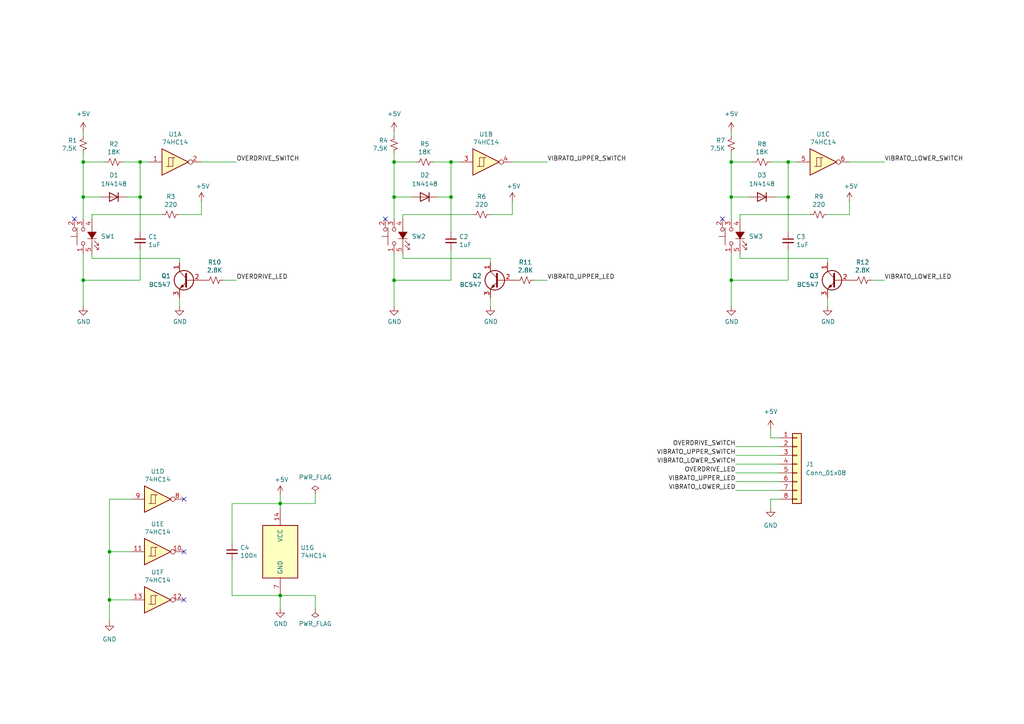
<source format=kicad_sch>
(kicad_sch (version 20231120) (generator "eeschema") (generator_version "8.0")
  (paper "A4")
  (title_block (title "Overdrive and Vibrato Controls") (date "2024-11-12") (rev "1.0"))
  (lib_symbols
    (symbol "74xx:74HC14" (pin_names (offset 1.016))
      (property "Reference" "U" (at 0 1.27 0))
      (property "Value" "74HC14" (at 0 -1.27 0))
      (symbol "74HC14_1_0"
        (polyline (pts (xy -3.81 3.81) (xy -3.81 -3.81) (xy 3.81 0) (xy -3.81 3.81)) (stroke (width 0.254)) (fill (type background)))
        (pin input line (at -7.62 0 0) (length 3.81) (name "~") (number "1"))
        (pin output inverted (at 7.62 0 180) (length 3.81) (name "~") (number "2"))
      )
      (symbol "74HC14_1_1"
        (polyline (pts (xy -1.905 -1.27) (xy -1.905 1.27) (xy -0.635 1.27)))
        (polyline (pts (xy -2.54 -1.27) (xy -0.635 -1.27) (xy -0.635 1.27) (xy 0 1.27)))
      )
      (symbol "74HC14_2_0"
        (polyline (pts (xy -3.81 3.81) (xy -3.81 -3.81) (xy 3.81 0) (xy -3.81 3.81)) (stroke (width 0.254)) (fill (type background)))
        (pin input line (at -7.62 0 0) (length 3.81) (name "~") (number "3"))
        (pin output inverted (at 7.62 0 180) (length 3.81) (name "~") (number "4"))
      )
      (symbol "74HC14_2_1"
        (polyline (pts (xy -1.905 -1.27) (xy -1.905 1.27) (xy -0.635 1.27)))
        (polyline (pts (xy -2.54 -1.27) (xy -0.635 -1.27) (xy -0.635 1.27) (xy 0 1.27)))
      )
      (symbol "74HC14_3_0"
        (polyline (pts (xy -3.81 3.81) (xy -3.81 -3.81) (xy 3.81 0) (xy -3.81 3.81)) (stroke (width 0.254)) (fill (type background)))
        (pin input line (at -7.62 0 0) (length 3.81) (name "~") (number "5"))
        (pin output inverted (at 7.62 0 180) (length 3.81) (name "~") (number "6"))
      )
      (symbol "74HC14_3_1"
        (polyline (pts (xy -1.905 -1.27) (xy -1.905 1.27) (xy -0.635 1.27)))
        (polyline (pts (xy -2.54 -1.27) (xy -0.635 -1.27) (xy -0.635 1.27) (xy 0 1.27)))
      )
      (symbol "74HC14_4_0"
        (polyline (pts (xy -3.81 3.81) (xy -3.81 -3.81) (xy 3.81 0) (xy -3.81 3.81)) (stroke (width 0.254)) (fill (type background)))
        (pin output inverted (at 7.62 0 180) (length 3.81) (name "~") (number "8"))
        (pin input line (at -7.62 0 0) (length 3.81) (name "~") (number "9"))
      )
      (symbol "74HC14_4_1"
        (polyline (pts (xy -1.905 -1.27) (xy -1.905 1.27) (xy -0.635 1.27)))
        (polyline (pts (xy -2.54 -1.27) (xy -0.635 -1.27) (xy -0.635 1.27) (xy 0 1.27)))
      )
      (symbol "74HC14_5_0"
        (polyline (pts (xy -3.81 3.81) (xy -3.81 -3.81) (xy 3.81 0) (xy -3.81 3.81)) (stroke (width 0.254)) (fill (type background)))
        (pin output inverted (at 7.62 0 180) (length 3.81) (name "~") (number "10"))
        (pin input line (at -7.62 0 0) (length 3.81) (name "~") (number "11"))
      )
      (symbol "74HC14_5_1"
        (polyline (pts (xy -1.905 -1.27) (xy -1.905 1.27) (xy -0.635 1.27)))
        (polyline (pts (xy -2.54 -1.27) (xy -0.635 -1.27) (xy -0.635 1.27) (xy 0 1.27)))
      )
      (symbol "74HC14_6_0"
        (polyline (pts (xy -3.81 3.81) (xy -3.81 -3.81) (xy 3.81 0) (xy -3.81 3.81)) (stroke (width 0.254)) (fill (type background)))
        (pin output inverted (at 7.62 0 180) (length 3.81) (name "~") (number "12"))
        (pin input line (at -7.62 0 0) (length 3.81) (name "~") (number "13"))
      )
      (symbol "74HC14_6_1"
        (polyline (pts (xy -1.905 -1.27) (xy -1.905 1.27) (xy -0.635 1.27)))
        (polyline (pts (xy -2.54 -1.27) (xy -0.635 -1.27) (xy -0.635 1.27) (xy 0 1.27)))
      )
      (symbol "74HC14_7_0"
        (pin power_in line (at 0 12.7 270) (length 5.08) (name "VCC") (number "14"))
        (pin power_in line (at 0 -12.7 90) (length 5.08) (name "GND") (number "7"))
      )
      (symbol "74HC14_7_1"
        (rectangle (start -5.08 7.62) (end 5.08 -7.62) (stroke (width 0.254)) (fill (type background)))
      )
    )
    (symbol "B3_Switches_Library:E-SWITCH-SW_Push_LED" (pin_names (offset 1.016) hide)
      (property "Reference" "SW" (at -3.556 6.604 0))
      (property "Value" "E-SWITCH-SW_Push_LED" (at 0 -3.175 0))
      (symbol "E-SWITCH-SW_Push_LED_0_0"
        (polyline (pts (xy -3.81 -1.905) (xy -2.54 -0.635)))
        (polyline (pts (xy -2.54 -1.905) (xy -1.27 -0.635)))
        (polyline (pts (xy -2.54 0) (xy 2.54 0)))
        (polyline (pts (xy -0.635 1.27) (xy -0.635 -1.27)))
        (polyline (pts (xy -3.81 -1.27) (xy -3.81 -1.905) (xy -3.175 -1.905)))
        (polyline (pts (xy -2.54 -1.27) (xy -2.54 -1.905) (xy -1.905 -1.905)))
        (polyline (pts (xy -0.635 0) (xy 1.27 1.27) (xy 1.27 -1.27) (xy -0.635 0)) (fill (type outline)))
      )
      (symbol "E-SWITCH-SW_Push_LED_0_1"
        (circle (center -2.032 2.54) (radius 0.508))
        (polyline (pts (xy 0 4.318) (xy 0 6.096)))
        (polyline (pts (xy 2.54 4.318) (xy -2.54 4.318)))
        (circle (center 2.032 2.54) (radius 0.508))
        (circle (center 2.032 5.08) (radius 0.508))
        (pin passive line (at -5.08 2.54 0) (length 2.54) (name "1") (number "1"))
        (pin passive line (at 5.08 5.08 180) (length 2.54) (name "2") (number "2"))
        (pin passive line (at 5.08 2.54 180) (length 2.54) (name "3") (number "3"))
        (pin passive line (at 5.08 0 180) (length 2.54) (name "A") (number "4"))
        (pin passive line (at -5.08 0 0) (length 2.54) (name "K") (number "5"))
      )
    )
    (symbol "Connector_Generic:Conn_01x08" (pin_names (offset 1.016) hide)
      (property "Reference" "J" (at 0 10.16 0))
      (property "Value" "Conn_01x08" (at 0 -12.7 0))
      (symbol "Conn_01x08_1_1"
        (rectangle (start -1.27 -10.033) (end 0 -10.287) (stroke (width 0.1524)))
        (rectangle (start -1.27 -7.493) (end 0 -7.747) (stroke (width 0.1524)))
        (rectangle (start -1.27 -4.953) (end 0 -5.207) (stroke (width 0.1524)))
        (rectangle (start -1.27 -2.413) (end 0 -2.667) (stroke (width 0.1524)))
        (rectangle (start -1.27 0.127) (end 0 -0.127) (stroke (width 0.1524)))
        (rectangle (start -1.27 2.667) (end 0 2.413) (stroke (width 0.1524)))
        (rectangle (start -1.27 5.207) (end 0 4.953) (stroke (width 0.1524)))
        (rectangle (start -1.27 7.747) (end 0 7.493) (stroke (width 0.1524)))
        (rectangle (start -1.27 8.89) (end 1.27 -11.43) (stroke (width 0.254)) (fill (type background)))
        (pin passive line (at -5.08 7.62 0) (length 3.81) (name "Pin_1") (number "1"))
        (pin passive line (at -5.08 5.08 0) (length 3.81) (name "Pin_2") (number "2"))
        (pin passive line (at -5.08 2.54 0) (length 3.81) (name "Pin_3") (number "3"))
        (pin passive line (at -5.08 0 0) (length 3.81) (name "Pin_4") (number "4"))
        (pin passive line (at -5.08 -2.54 0) (length 3.81) (name "Pin_5") (number "5"))
        (pin passive line (at -5.08 -5.08 0) (length 3.81) (name "Pin_6") (number "6"))
        (pin passive line (at -5.08 -7.62 0) (length 3.81) (name "Pin_7") (number "7"))
        (pin passive line (at -5.08 -10.16 0) (length 3.81) (name "Pin_8") (number "8"))
      )
    )
    (symbol "Device:C_Small" (pin_numbers hide) (pin_names (offset 0.254) hide)
      (property "Reference" "C" (at 0.254 1.778 0))
      (property "Value" "C_Small" (at 0.254 -2.032 0))
      (symbol "C_Small_0_1"
        (polyline (pts (xy -1.524 -0.508) (xy 1.524 -0.508)) (stroke (width 0.3302)))
        (polyline (pts (xy -1.524 0.508) (xy 1.524 0.508)) (stroke (width 0.3048)))
      )
      (symbol "C_Small_1_1"
        (pin passive line (at 0 2.54 270) (length 2.032) (name "~") (number "1"))
        (pin passive line (at 0 -2.54 90) (length 2.032) (name "~") (number "2"))
      )
    )
    (symbol "Device:R_Small_US" (pin_numbers hide) (pin_names (offset 0.254) hide)
      (property "Reference" "R" (at 0.762 0.508 0))
      (property "Value" "R_Small_US" (at 0.762 -1.016 0))
      (symbol "R_Small_US_1_1"
        (polyline (pts (xy 0 0) (xy 1.016 -0.381) (xy 0 -0.762) (xy -1.016 -1.143) (xy 0 -1.524)))
        (polyline (pts (xy 0 1.524) (xy 1.016 1.143) (xy 0 0.762) (xy -1.016 0.381) (xy 0 0)))
        (pin passive line (at 0 2.54 270) (length 1.016) (name "~") (number "1"))
        (pin passive line (at 0 -2.54 90) (length 1.016) (name "~") (number "2"))
      )
    )
    (symbol "Diode:1N4148" (pin_numbers hide) (pin_names hide)
      (property "Reference" "D" (at 0 2.54 0))
      (property "Value" "1N4148" (at 0 -2.54 0))
      (symbol "1N4148_0_1"
        (polyline (pts (xy -1.27 1.27) (xy -1.27 -1.27)) (stroke (width 0.254)))
        (polyline (pts (xy 1.27 0) (xy -1.27 0)))
        (polyline (pts (xy 1.27 1.27) (xy 1.27 -1.27) (xy -1.27 0) (xy 1.27 1.27)) (stroke (width 0.254)))
      )
      (symbol "1N4148_1_1"
        (pin passive line (at -3.81 0 0) (length 2.54) (name "K") (number "1"))
        (pin passive line (at 3.81 0 180) (length 2.54) (name "A") (number "2"))
      )
    )
    (symbol "Transistor_BJT:BC547" (pin_names (offset 0) hide)
      (property "Reference" "Q" (at 5.08 1.905 0))
      (property "Value" "BC547" (at 5.08 0 0))
      (symbol "BC547_0_1"
        (polyline (pts (xy 0 0) (xy 0.635 0)))
        (polyline (pts (xy 0.635 0.635) (xy 2.54 2.54)))
        (polyline (pts (xy 0.635 -0.635) (xy 2.54 -2.54) (xy 2.54 -2.54)))
        (polyline (pts (xy 0.635 1.905) (xy 0.635 -1.905) (xy 0.635 -1.905)) (stroke (width 0.508)))
        (polyline (pts (xy 1.27 -1.778) (xy 1.778 -1.27) (xy 2.286 -2.286) (xy 1.27 -1.778) (xy 1.27 -1.778)) (fill (type outline)))
        (circle (center 1.27 0) (radius 2.8194) (stroke (width 0.254)))
      )
      (symbol "BC547_1_1"
        (pin passive line (at 2.54 5.08 270) (length 2.54) (name "C") (number "1"))
        (pin input line (at -5.08 0 0) (length 5.08) (name "B") (number "2"))
        (pin passive line (at 2.54 -5.08 90) (length 2.54) (name "E") (number "3"))
      )
    )
    (symbol "power:+5V" (power) (pin_numbers hide) (pin_names (offset 0) hide)
      (property "Value" "+5V" (at 0 3.556 0))
      (symbol "+5V_0_1"
        (polyline (pts (xy -0.762 1.27) (xy 0 2.54)))
        (polyline (pts (xy 0 0) (xy 0 2.54)))
        (polyline (pts (xy 0 2.54) (xy 0.762 1.27)))
      )
      (symbol "+5V_1_1"
        (pin power_in line (at 0 0 90) (length 0) (name "~") (number "1"))
      )
    )
    (symbol "power:GND" (power) (pin_numbers hide) (pin_names (offset 0) hide)
      (property "Value" "GND" (at 0 -3.81 0))
      (symbol "GND_0_1"
        (polyline (pts (xy 0 0) (xy 0 -1.27) (xy 1.27 -1.27) (xy 0 -2.54) (xy -1.27 -1.27) (xy 0 -1.27)))
      )
      (symbol "GND_1_1"
        (pin power_in line (at 0 0 270) (length 0) (name "~") (number "1"))
      )
    )
    (symbol "power:PWR_FLAG" (power) (pin_numbers hide) (pin_names (offset 0) hide)
      (property "Value" "PWR_FLAG" (at 0 3.81 0))
      (symbol "PWR_FLAG_0_0"
        (pin power_out line (at 0 0 90) (length 0) (name "~") (number "1"))
      )
      (symbol "PWR_FLAG_0_1"
        (polyline (pts (xy 0 0) (xy 0 1.27) (xy -1.016 1.905) (xy 0 2.54) (xy 1.016 1.905) (xy 0 1.27)))
      )
    )
  )
  (junction (at 81.28 172.72))
  (junction (at 228.6 46.99))
  (junction (at 24.13 46.99))
  (junction (at 31.75 173.99))
  (junction (at 114.3 57.15))
  (junction (at 81.28 146.05))
  (junction (at 212.09 46.99))
  (junction (at 24.13 81.28))
  (junction (at 130.81 46.99))
  (junction (at 114.3 81.28))
  (junction (at 24.13 57.15))
  (junction (at 130.81 57.15))
  (junction (at 40.64 57.15))
  (junction (at 31.75 160.02))
  (junction (at 212.09 81.28))
  (junction (at 212.09 57.15))
  (junction (at 40.64 46.99))
  (junction (at 228.6 57.15))
  (junction (at 114.3 46.99))
  (no_connect (at 21.59 63.5))
  (no_connect (at 209.55 63.5))
  (no_connect (at 53.34 144.78))
  (no_connect (at 111.76 63.5))
  (no_connect (at 53.34 173.99))
  (no_connect (at 53.34 160.02))
  (wire (pts (xy 212.09 57.15) (xy 212.09 63.5)))
  (wire (pts (xy 212.09 46.99) (xy 212.09 57.15)))
  (wire (pts (xy 114.3 73.66) (xy 114.3 81.28)))
  (wire (pts (xy 114.3 44.45) (xy 114.3 46.99)))
  (wire (pts (xy 130.81 72.39) (xy 130.81 81.28)))
  (wire (pts (xy 26.67 74.93) (xy 52.07 74.93)))
  (wire (pts (xy 252.73 81.28) (xy 256.54 81.28)))
  (wire (pts (xy 26.67 62.23) (xy 46.99 62.23)))
  (wire (pts (xy 81.28 146.05) (xy 91.44 146.05)))
  (wire (pts (xy 142.24 74.93) (xy 142.24 76.2)))
  (wire (pts (xy 114.3 38.1) (xy 114.3 39.37)))
  (wire (pts (xy 81.28 146.05) (xy 81.28 147.32)))
  (wire (pts (xy 24.13 73.66) (xy 24.13 81.28)))
  (wire (pts (xy 40.64 46.99) (xy 43.18 46.99)))
  (wire (pts (xy 114.3 81.28) (xy 130.81 81.28)))
  (wire (pts (xy 114.3 57.15) (xy 114.3 63.5)))
  (wire (pts (xy 114.3 81.28) (xy 114.3 88.9)))
  (wire (pts (xy 213.36 137.16) (xy 226.06 137.16)))
  (wire (pts (xy 114.3 46.99) (xy 114.3 57.15)))
  (wire (pts (xy 214.63 63.5) (xy 214.63 62.23)))
  (wire (pts (xy 116.84 62.23) (xy 137.16 62.23)))
  (wire (pts (xy 130.81 46.99) (xy 130.81 57.15)))
  (wire (pts (xy 36.83 57.15) (xy 40.64 57.15)))
  (wire (pts (xy 246.38 46.99) (xy 256.54 46.99)))
  (wire (pts (xy 240.03 88.9) (xy 240.03 86.36)))
  (wire (pts (xy 212.09 38.1) (xy 212.09 39.37)))
  (wire (pts (xy 40.64 46.99) (xy 40.64 57.15)))
  (wire (pts (xy 35.56 46.99) (xy 40.64 46.99)))
  (wire (pts (xy 31.75 144.78) (xy 31.75 160.02)))
  (wire (pts (xy 212.09 81.28) (xy 212.09 88.9)))
  (wire (pts (xy 148.59 46.99) (xy 158.75 46.99)))
  (wire (pts (xy 240.03 62.23) (xy 246.38 62.23)))
  (wire (pts (xy 213.36 142.24) (xy 226.06 142.24)))
  (wire (pts (xy 223.52 46.99) (xy 228.6 46.99)))
  (wire (pts (xy 64.77 81.28) (xy 68.58 81.28)))
  (wire (pts (xy 228.6 46.99) (xy 228.6 57.15)))
  (wire (pts (xy 40.64 57.15) (xy 40.64 67.31)))
  (wire (pts (xy 81.28 172.72) (xy 81.28 176.53)))
  (wire (pts (xy 223.52 124.46) (xy 223.52 127)))
  (wire (pts (xy 142.24 62.23) (xy 148.59 62.23)))
  (wire (pts (xy 91.44 172.72) (xy 91.44 176.53)))
  (wire (pts (xy 212.09 46.99) (xy 218.44 46.99)))
  (wire (pts (xy 67.31 146.05) (xy 81.28 146.05)))
  (wire (pts (xy 40.64 72.39) (xy 40.64 81.28)))
  (wire (pts (xy 114.3 57.15) (xy 119.38 57.15)))
  (wire (pts (xy 114.3 46.99) (xy 120.65 46.99)))
  (wire (pts (xy 31.75 173.99) (xy 31.75 180.34)))
  (wire (pts (xy 127 57.15) (xy 130.81 57.15)))
  (wire (pts (xy 223.52 144.78) (xy 226.06 144.78)))
  (wire (pts (xy 58.42 46.99) (xy 68.58 46.99)))
  (wire (pts (xy 228.6 57.15) (xy 228.6 67.31)))
  (wire (pts (xy 52.07 62.23) (xy 58.42 62.23)))
  (wire (pts (xy 67.31 146.05) (xy 67.31 157.48)))
  (wire (pts (xy 214.63 74.93) (xy 240.03 74.93)))
  (wire (pts (xy 31.75 160.02) (xy 31.75 173.99)))
  (wire (pts (xy 24.13 46.99) (xy 24.13 57.15)))
  (wire (pts (xy 38.1 144.78) (xy 31.75 144.78)))
  (wire (pts (xy 67.31 162.56) (xy 67.31 172.72)))
  (wire (pts (xy 24.13 81.28) (xy 24.13 88.9)))
  (wire (pts (xy 116.84 74.93) (xy 142.24 74.93)))
  (wire (pts (xy 212.09 81.28) (xy 228.6 81.28)))
  (wire (pts (xy 58.42 62.23) (xy 58.42 58.42)))
  (wire (pts (xy 154.94 81.28) (xy 158.75 81.28)))
  (wire (pts (xy 24.13 81.28) (xy 40.64 81.28)))
  (wire (pts (xy 223.52 127) (xy 226.06 127)))
  (wire (pts (xy 116.84 63.5) (xy 116.84 62.23)))
  (wire (pts (xy 31.75 173.99) (xy 38.1 173.99)))
  (wire (pts (xy 52.07 88.9) (xy 52.07 86.36)))
  (wire (pts (xy 213.36 134.62) (xy 226.06 134.62)))
  (wire (pts (xy 223.52 144.78) (xy 223.52 147.32)))
  (wire (pts (xy 67.31 172.72) (xy 81.28 172.72)))
  (wire (pts (xy 52.07 74.93) (xy 52.07 76.2)))
  (wire (pts (xy 24.13 38.1) (xy 24.13 39.37)))
  (wire (pts (xy 91.44 172.72) (xy 81.28 172.72)))
  (wire (pts (xy 24.13 57.15) (xy 29.21 57.15)))
  (wire (pts (xy 125.73 46.99) (xy 130.81 46.99)))
  (wire (pts (xy 24.13 44.45) (xy 24.13 46.99)))
  (wire (pts (xy 214.63 62.23) (xy 234.95 62.23)))
  (wire (pts (xy 224.79 57.15) (xy 228.6 57.15)))
  (wire (pts (xy 24.13 57.15) (xy 24.13 63.5)))
  (wire (pts (xy 240.03 74.93) (xy 240.03 76.2)))
  (wire (pts (xy 24.13 46.99) (xy 30.48 46.99)))
  (wire (pts (xy 213.36 139.7) (xy 226.06 139.7)))
  (wire (pts (xy 142.24 88.9) (xy 142.24 86.36)))
  (wire (pts (xy 116.84 74.93) (xy 116.84 73.66)))
  (wire (pts (xy 26.67 63.5) (xy 26.67 62.23)))
  (wire (pts (xy 148.59 62.23) (xy 148.59 58.42)))
  (wire (pts (xy 212.09 44.45) (xy 212.09 46.99)))
  (wire (pts (xy 26.67 73.66) (xy 26.67 74.93)))
  (wire (pts (xy 130.81 57.15) (xy 130.81 67.31)))
  (wire (pts (xy 212.09 73.66) (xy 212.09 81.28)))
  (wire (pts (xy 31.75 160.02) (xy 38.1 160.02)))
  (wire (pts (xy 212.09 57.15) (xy 217.17 57.15)))
  (wire (pts (xy 214.63 73.66) (xy 214.63 74.93)))
  (wire (pts (xy 246.38 62.23) (xy 246.38 58.42)))
  (wire (pts (xy 213.36 129.54) (xy 226.06 129.54)))
  (wire (pts (xy 91.44 146.05) (xy 91.44 143.51)))
  (wire (pts (xy 228.6 72.39) (xy 228.6 81.28)))
  (wire (pts (xy 81.28 146.05) (xy 81.28 143.51)))
  (wire (pts (xy 213.36 132.08) (xy 226.06 132.08)))
  (wire (pts (xy 130.81 46.99) (xy 133.35 46.99)))
  (wire (pts (xy 228.6 46.99) (xy 231.14 46.99)))
  (label "VIBRATO_LOWER_SWITCH" (at 256.54 46.99 0))
  (label "VIBRATO_UPPER_LED" (at 213.36 139.7 180))
  (label "OVERDRIVE_SWITCH" (at 68.58 46.99 0))
  (label "VIBRATO_UPPER_SWITCH" (at 213.36 132.08 180))
  (label "VIBRATO_LOWER_SWITCH" (at 213.36 134.62 180))
  (label "VIBRATO_LOWER_LED" (at 213.36 142.24 180))
  (label "OVERDRIVE_LED" (at 213.36 137.16 180))
  (label "OVERDRIVE_SWITCH" (at 213.36 129.54 180))
  (label "OVERDRIVE_LED" (at 68.58 81.28 0))
  (label "VIBRATO_UPPER_LED" (at 158.75 81.28 0))
  (label "VIBRATO_LOWER_LED" (at 256.54 81.28 0))
  (label "VIBRATO_UPPER_SWITCH" (at 158.75 46.99 0))
  (symbol (lib_id "power:+5V") (at 212.09 38.1 0) (unit 1)
    (property "Reference" "#PWR09" (effects (hide yes)))
    (property "Value" "+5V" (at 212.09 33.02 0))
    (property "Description" "Power symbol creates a global label with name \"+5V\"" (effects (hide yes)))
  )
  (symbol (lib_id "power:+5V") (at 223.52 124.46 0) (unit 1)
    (property "Reference" "#PWR07" (effects (hide yes)))
    (property "Value" "+5V" (at 223.52 119.38 0))
    (property "Description" "Power symbol creates a global label with name \"+5V\"" (effects (hide yes)))
  )
  (symbol (lib_id "Device:R_Small_US") (at 24.13 41.91 0) (mirror y) (unit 1)
    (property "Reference" "R1" (at 22.4028 40.7416 0) (effects (justify left)))
    (property "Value" "7.5K" (at 22.4028 43.053 0) (effects (justify left)))
    (property "Footprint" "Resistor_SMD:R_1206_3216Metric_Pad1.30x1.75mm_HandSolder" (effects (hide yes)))
    (property "Description" "Resistor, small US symbol" (effects (hide yes)))
  )
  (symbol (lib_id "Transistor_BJT:BC547") (at 144.78 81.28 0) (mirror y) (unit 1)
    (property "Reference" "Q2" (at 139.7 80.0099 0) (effects (justify left)))
    (property "Value" "BC547" (at 139.7 82.5499 0) (effects (justify left)))
    (property "Footprint" "Package_TO_SOT_THT:TO-92_Inline" (effects (hide yes)))
    (property "Datasheet" "https://fr.farnell.com/on-semiconductor/bc547cbu/transistor-bipol-npn-45v-to-92/dp/2453791?st=bc547" (effects (hide yes)))
  )
  (symbol (lib_id "Device:R_Small_US") (at 250.19 81.28 270) (unit 1)
    (property "Reference" "R12" (at 250.19 76.073 90))
    (property "Value" "2.8K" (at 250.19 78.3844 90))
    (property "Footprint" "Resistor_SMD:R_1206_3216Metric_Pad1.30x1.75mm_HandSolder" (effects (hide yes)))
    (property "Datasheet" "https://fr.farnell.com/panasonic/erj8enf2801v/res-couche-epaisse-2-8k-1-0-25w/dp/2307588" (effects (hide yes)))
  )
  (symbol (lib_id "power:GND") (at 142.24 88.9 0) (unit 1)
    (property "Reference" "#PWR016" (effects (hide yes)))
    (property "Value" "GND" (at 142.367 93.2942 0))
  )
  (symbol (lib_id "Device:C_Small") (at 228.6 69.85 0) (unit 1)
    (property "Reference" "C3" (at 230.9368 68.6816 0) (effects (justify left)))
    (property "Value" "1uF" (at 230.9368 70.993 0) (effects (justify left)))
    (property "Footprint" "Capacitor_SMD:C_1206_3216Metric_Pad1.33x1.80mm_HandSolder" (effects (hide yes)))
    (property "Description" "Unpolarized capacitor, small symbol" (effects (hide yes)))
  )
  (symbol (lib_id "power:PWR_FLAG") (at 91.44 176.53 0) (mirror x) (unit 1)
    (property "Reference" "#FLG01" (effects (hide yes)))
    (property "Value" "PWR_FLAG" (at 91.44 180.9242 0))
    (property "Description" "Special symbol for telling ERC where power comes from" (effects (hide yes)))
  )
  (symbol (lib_id "power:+5V") (at 114.3 38.1 0) (unit 1)
    (property "Reference" "#PWR04" (effects (hide yes)))
    (property "Value" "+5V" (at 114.3 33.02 0))
    (property "Description" "Power symbol creates a global label with name \"+5V\"" (effects (hide yes)))
  )
  (symbol (lib_id "Device:R_Small_US") (at 220.98 46.99 270) (unit 1)
    (property "Reference" "R8" (at 220.98 41.783 90))
    (property "Value" "18K" (at 220.98 44.0944 90))
    (property "Footprint" "Resistor_SMD:R_1206_3216Metric_Pad1.30x1.75mm_HandSolder" (effects (hide yes)))
    (property "Description" "Resistor, small US symbol" (effects (hide yes)))
  )
  (symbol (lib_id "Device:R_Small_US") (at 114.3 41.91 0) (mirror y) (unit 1)
    (property "Reference" "R4" (at 112.5728 40.7416 0) (effects (justify left)))
    (property "Value" "7.5K" (at 112.5728 43.053 0) (effects (justify left)))
    (property "Footprint" "Resistor_SMD:R_1206_3216Metric_Pad1.30x1.75mm_HandSolder" (effects (hide yes)))
    (property "Description" "Resistor, small US symbol" (effects (hide yes)))
  )
  (symbol (lib_id "B3_Switches_Library:E-SWITCH-SW_Push_LED") (at 214.63 68.58 90) (unit 1)
    (property "Reference" "SW3" (at 217.2208 68.58 90) (effects (justify right)))
    (property "Value" "E-SWITCH-SW_Push_LED" (effects (hide yes)))
    (property "Footprint" "b3_buttons_library:5511MBLKRED" (effects (hide yes)))
    (property "Description" "Push button switch with LED, generic" (effects (hide yes)))
  )
  (symbol (lib_id "power:GND") (at 114.3 88.9 0) (unit 1)
    (property "Reference" "#PWR05" (effects (hide yes)))
    (property "Value" "GND" (at 114.427 93.2942 0))
    (property "Description" "Power symbol creates a global label with name \"GND\" , ground" (effects (hide yes)))
  )
  (symbol (lib_id "power:+5V") (at 148.59 58.42 0) (unit 1)
    (property "Reference" "#PWR06" (effects (hide yes)))
    (property "Value" "+5V" (at 148.971 54.0258 0))
    (property "Description" "Power symbol creates a global label with name \"+5V\"" (effects (hide yes)))
  )
  (symbol (lib_id "Device:R_Small_US") (at 139.7 62.23 270) (unit 1)
    (property "Reference" "R6" (at 139.7 57.023 90))
    (property "Value" "220" (at 139.7 59.3344 90))
    (property "Footprint" "Resistor_SMD:R_1206_3216Metric_Pad1.30x1.75mm_HandSolder" (effects (hide yes)))
    (property "Description" "Resistor, small US symbol" (effects (hide yes)))
  )
  (symbol (lib_id "B3_Switches_Library:E-SWITCH-SW_Push_LED") (at 26.67 68.58 90) (unit 1)
    (property "Reference" "SW1" (at 29.2608 68.58 90) (effects (justify right)))
    (property "Value" "E-SWITCH-SW_Push_LED" (effects (hide yes)))
    (property "Footprint" "b3_buttons_library:5511MBLKRED" (effects (hide yes)))
    (property "Description" "Push button switch with LED, generic" (effects (hide yes)))
  )
  (symbol (lib_id "power:GND") (at 31.75 180.34 0) (unit 1)
    (property "Reference" "#PWR014" (effects (hide yes)))
    (property "Value" "GND" (at 31.75 185.42 0))
    (property "Description" "Power symbol creates a global label with name \"GND\" , ground" (effects (hide yes)))
  )
  (symbol (lib_id "Device:C_Small") (at 40.64 69.85 0) (unit 1)
    (property "Reference" "C1" (at 42.9768 68.6816 0) (effects (justify left)))
    (property "Value" "1uF" (at 42.9768 70.993 0) (effects (justify left)))
    (property "Footprint" "Capacitor_SMD:C_1206_3216Metric_Pad1.33x1.80mm_HandSolder" (effects (hide yes)))
    (property "Description" "Unpolarized capacitor, small symbol" (effects (hide yes)))
  )
  (symbol (lib_id "Device:R_Small_US") (at 123.19 46.99 270) (unit 1)
    (property "Reference" "R5" (at 123.19 41.783 90))
    (property "Value" "18K" (at 123.19 44.0944 90))
    (property "Footprint" "Resistor_SMD:R_1206_3216Metric_Pad1.30x1.75mm_HandSolder" (effects (hide yes)))
    (property "Description" "Resistor, small US symbol" (effects (hide yes)))
  )
  (symbol (lib_id "Connector_Generic:Conn_01x08") (at 231.14 134.62 0) (unit 1)
    (property "Reference" "J1" (at 233.68 134.6199 0) (effects (justify left)))
    (property "Value" "Conn_01x08" (at 233.68 137.1599 0) (effects (justify left)))
    (property "Description" "Generic connector, single row, 01x08, script generated (kicad-library-utils/schlib/autogen/connector/)" (effects (hide yes)))
  )
  (symbol (lib_id "Device:C_Small") (at 130.81 69.85 0) (unit 1)
    (property "Reference" "C2" (at 133.1468 68.6816 0) (effects (justify left)))
    (property "Value" "1uF" (at 133.1468 70.993 0) (effects (justify left)))
    (property "Footprint" "Capacitor_SMD:C_1206_3216Metric_Pad1.33x1.80mm_HandSolder" (effects (hide yes)))
    (property "Description" "Unpolarized capacitor, small symbol" (effects (hide yes)))
  )
  (symbol (lib_id "Device:R_Small_US") (at 152.4 81.28 270) (unit 1)
    (property "Reference" "R11" (at 152.4 76.073 90))
    (property "Value" "2.8K" (at 152.4 78.3844 90))
    (property "Footprint" "Resistor_SMD:R_1206_3216Metric_Pad1.30x1.75mm_HandSolder" (effects (hide yes)))
    (property "Datasheet" "https://fr.farnell.com/panasonic/erj8enf2801v/res-couche-epaisse-2-8k-1-0-25w/dp/2307588" (effects (hide yes)))
  )
  (symbol (lib_id "Diode:1N4148") (at 33.02 57.15 0) (mirror y) (unit 1)
    (property "Reference" "D1" (at 33.02 50.8 0))
    (property "Value" "1N4148" (at 33.02 53.34 0))
    (property "Footprint" "Diode_THT:D_DO-35_SOD27_P7.62mm_Horizontal" (effects (hide yes)))
    (property "Datasheet" "https://assets.nexperia.com/documents/data-sheet/1N4148_1N4448.pdf" (effects (hide yes)))
    (property "Description" "100V 0.15A standard switching diode, DO-35" (effects (hide yes)))
    (property "Sim.Device" "D" (effects (hide yes)))
    (property "Sim.Pins" "1=K 2=A" (effects (hide yes)))
  )
  (symbol (lib_id "Diode:1N4148") (at 220.98 57.15 0) (mirror y) (unit 1)
    (property "Reference" "D3" (at 220.98 50.8 0))
    (property "Value" "1N4148" (at 220.98 53.34 0))
    (property "Footprint" "Diode_THT:D_DO-35_SOD27_P7.62mm_Horizontal" (effects (hide yes)))
    (property "Datasheet" "https://assets.nexperia.com/documents/data-sheet/1N4148_1N4448.pdf" (effects (hide yes)))
    (property "Description" "100V 0.15A standard switching diode, DO-35" (effects (hide yes)))
    (property "Sim.Device" "D" (effects (hide yes)))
    (property "Sim.Pins" "1=K 2=A" (effects (hide yes)))
  )
  (symbol (lib_id "power:GND") (at 240.03 88.9 0) (unit 1)
    (property "Reference" "#PWR017" (effects (hide yes)))
    (property "Value" "GND" (at 240.157 93.2942 0))
  )
  (symbol (lib_id "74xx:74HC14") (at 45.72 173.99 0) (unit 6)
    (property "Reference" "U1" (at 45.72 165.9382 0))
    (property "Value" "74HC14" (at 45.72 168.2496 0))
    (property "Footprint" "Package_SO:SOIC-14_3.9x8.7mm_P1.27mm" (effects (hide yes)))
    (property "Datasheet" "http://www.ti.com/lit/gpn/sn74HC14" (effects (hide yes)))
    (property "Description" "Hex inverter schmitt trigger" (effects (hide yes)))
  )
  (symbol (lib_id "Device:C_Small") (at 67.31 160.02 0) (unit 1)
    (property "Reference" "C4" (at 69.6468 158.8516 0) (effects (justify left)))
    (property "Value" "100n" (at 69.6468 161.163 0) (effects (justify left)))
    (property "Footprint" "Capacitor_SMD:C_1206_3216Metric_Pad1.33x1.80mm_HandSolder" (effects (hide yes)))
    (property "Description" "Unpolarized capacitor, small symbol" (effects (hide yes)))
  )
  (symbol (lib_id "Device:R_Small_US") (at 49.53 62.23 270) (unit 1)
    (property "Reference" "R3" (at 49.53 57.023 90))
    (property "Value" "220" (at 49.53 59.3344 90))
    (property "Footprint" "Resistor_SMD:R_1206_3216Metric_Pad1.30x1.75mm_HandSolder" (effects (hide yes)))
    (property "Description" "Resistor, small US symbol" (effects (hide yes)))
  )
  (symbol (lib_id "74xx:74HC14") (at 45.72 160.02 0) (unit 5)
    (property "Reference" "U1" (at 45.72 151.9682 0))
    (property "Value" "74HC14" (at 45.72 154.2796 0))
    (property "Footprint" "Package_SO:SOIC-14_3.9x8.7mm_P1.27mm" (effects (hide yes)))
    (property "Datasheet" "http://www.ti.com/lit/gpn/sn74HC14" (effects (hide yes)))
    (property "Description" "Hex inverter schmitt trigger" (effects (hide yes)))
  )
  (symbol (lib_id "Transistor_BJT:BC547") (at 242.57 81.28 0) (mirror y) (unit 1)
    (property "Reference" "Q3" (at 237.49 80.0099 0) (effects (justify left)))
    (property "Value" "BC547" (at 237.49 82.5499 0) (effects (justify left)))
    (property "Footprint" "Package_TO_SOT_THT:TO-92_Inline" (effects (hide yes)))
    (property "Datasheet" "https://fr.farnell.com/on-semiconductor/bc547cbu/transistor-bipol-npn-45v-to-92/dp/2453791?st=bc547" (effects (hide yes)))
  )
  (symbol (lib_id "74xx:74HC14") (at 238.76 46.99 0) (unit 3)
    (property "Reference" "U1" (at 238.76 38.9382 0))
    (property "Value" "74HC14" (at 238.76 41.2496 0))
    (property "Footprint" "Package_SO:SOIC-14_3.9x8.7mm_P1.27mm" (effects (hide yes)))
    (property "Datasheet" "http://www.ti.com/lit/gpn/sn74HC14" (effects (hide yes)))
    (property "Description" "Hex inverter schmitt trigger" (effects (hide yes)))
  )
  (symbol (lib_id "Device:R_Small_US") (at 237.49 62.23 270) (unit 1)
    (property "Reference" "R9" (at 237.49 57.023 90))
    (property "Value" "220" (at 237.49 59.3344 90))
    (property "Footprint" "Resistor_SMD:R_1206_3216Metric_Pad1.30x1.75mm_HandSolder" (effects (hide yes)))
    (property "Description" "Resistor, small US symbol" (effects (hide yes)))
  )
  (symbol (lib_id "Device:R_Small_US") (at 33.02 46.99 270) (unit 1)
    (property "Reference" "R2" (at 33.02 41.783 90))
    (property "Value" "18K" (at 33.02 44.0944 90))
    (property "Footprint" "Resistor_SMD:R_1206_3216Metric_Pad1.30x1.75mm_HandSolder" (effects (hide yes)))
    (property "Description" "Resistor, small US symbol" (effects (hide yes)))
  )
  (symbol (lib_id "power:GND") (at 223.52 147.32 0) (unit 1)
    (property "Reference" "#PWR08" (effects (hide yes)))
    (property "Value" "GND" (at 223.52 152.4 0))
    (property "Description" "Power symbol creates a global label with name \"GND\" , ground" (effects (hide yes)))
  )
  (symbol (lib_id "power:PWR_FLAG") (at 91.44 143.51 0) (unit 1)
    (property "Reference" "#FLG02" (effects (hide yes)))
    (property "Value" "PWR_FLAG" (at 91.44 138.43 0))
    (property "Description" "Special symbol for telling ERC where power comes from" (effects (hide yes)))
  )
  (symbol (lib_id "power:+5V") (at 58.42 58.42 0) (unit 1)
    (property "Reference" "#PWR03" (effects (hide yes)))
    (property "Value" "+5V" (at 58.801 54.0258 0))
    (property "Description" "Power symbol creates a global label with name \"+5V\"" (effects (hide yes)))
  )
  (symbol (lib_id "power:GND") (at 212.09 88.9 0) (unit 1)
    (property "Reference" "#PWR010" (effects (hide yes)))
    (property "Value" "GND" (at 212.217 93.2942 0))
    (property "Description" "Power symbol creates a global label with name \"GND\" , ground" (effects (hide yes)))
  )
  (symbol (lib_id "power:GND") (at 24.13 88.9 0) (unit 1)
    (property "Reference" "#PWR02" (effects (hide yes)))
    (property "Value" "GND" (at 24.257 93.2942 0))
    (property "Description" "Power symbol creates a global label with name \"GND\" , ground" (effects (hide yes)))
  )
  (symbol (lib_id "Device:R_Small_US") (at 212.09 41.91 0) (mirror y) (unit 1)
    (property "Reference" "R7" (at 210.3628 40.7416 0) (effects (justify left)))
    (property "Value" "7.5K" (at 210.3628 43.053 0) (effects (justify left)))
    (property "Footprint" "Resistor_SMD:R_1206_3216Metric_Pad1.30x1.75mm_HandSolder" (effects (hide yes)))
    (property "Description" "Resistor, small US symbol" (effects (hide yes)))
  )
  (symbol (lib_id "power:+5V") (at 81.28 143.51 0) (unit 1)
    (property "Reference" "#PWR012" (effects (hide yes)))
    (property "Value" "+5V" (at 81.661 139.1158 0))
    (property "Description" "Power symbol creates a global label with name \"+5V\"" (effects (hide yes)))
  )
  (symbol (lib_id "power:GND") (at 81.28 176.53 0) (unit 1)
    (property "Reference" "#PWR013" (effects (hide yes)))
    (property "Value" "GND" (at 81.407 180.9242 0))
    (property "Description" "Power symbol creates a global label with name \"GND\" , ground" (effects (hide yes)))
  )
  (symbol (lib_id "B3_Switches_Library:E-SWITCH-SW_Push_LED") (at 116.84 68.58 90) (unit 1)
    (property "Reference" "SW2" (at 119.4308 68.58 90) (effects (justify right)))
    (property "Value" "E-SWITCH-SW_Push_LED" (effects (hide yes)))
    (property "Footprint" "b3_buttons_library:5511MBLKRED" (effects (hide yes)))
    (property "Description" "Push button switch with LED, generic" (effects (hide yes)))
  )
  (symbol (lib_id "Diode:1N4148") (at 123.19 57.15 0) (mirror y) (unit 1)
    (property "Reference" "D2" (at 123.19 50.8 0))
    (property "Value" "1N4148" (at 123.19 53.34 0))
    (property "Footprint" "Diode_THT:D_DO-35_SOD27_P7.62mm_Horizontal" (effects (hide yes)))
    (property "Datasheet" "https://assets.nexperia.com/documents/data-sheet/1N4148_1N4448.pdf" (effects (hide yes)))
    (property "Description" "100V 0.15A standard switching diode, DO-35" (effects (hide yes)))
    (property "Sim.Device" "D" (effects (hide yes)))
    (property "Sim.Pins" "1=K 2=A" (effects (hide yes)))
  )
  (symbol (lib_id "74xx:74HC14") (at 45.72 144.78 0) (unit 4)
    (property "Reference" "U1" (at 45.72 136.7282 0))
    (property "Value" "74HC14" (at 45.72 139.0396 0))
    (property "Footprint" "Package_SO:SOIC-14_3.9x8.7mm_P1.27mm" (effects (hide yes)))
    (property "Datasheet" "http://www.ti.com/lit/gpn/sn74HC14" (effects (hide yes)))
    (property "Description" "Hex inverter schmitt trigger" (effects (hide yes)))
  )
  (symbol (lib_id "power:+5V") (at 246.38 58.42 0) (unit 1)
    (property "Reference" "#PWR011" (effects (hide yes)))
    (property "Value" "+5V" (at 246.761 54.0258 0))
    (property "Description" "Power symbol creates a global label with name \"+5V\"" (effects (hide yes)))
  )
  (symbol (lib_id "74xx:74HC14") (at 140.97 46.99 0) (unit 2)
    (property "Reference" "U1" (at 140.97 38.9382 0))
    (property "Value" "74HC14" (at 140.97 41.2496 0))
    (property "Footprint" "Package_SO:SOIC-14_3.9x8.7mm_P1.27mm" (effects (hide yes)))
    (property "Datasheet" "http://www.ti.com/lit/gpn/sn74HC14" (effects (hide yes)))
    (property "Description" "Hex inverter schmitt trigger" (effects (hide yes)))
  )
  (symbol (lib_id "power:GND") (at 52.07 88.9 0) (unit 1)
    (property "Reference" "#PWR015" (effects (hide yes)))
    (property "Value" "GND" (at 52.197 93.2942 0))
  )
  (symbol (lib_id "Device:R_Small_US") (at 62.23 81.28 270) (unit 1)
    (property "Reference" "R10" (at 62.23 76.073 90))
    (property "Value" "2.8K" (at 62.23 78.3844 90))
    (property "Footprint" "Resistor_SMD:R_1206_3216Metric_Pad1.30x1.75mm_HandSolder" (effects (hide yes)))
    (property "Datasheet" "https://fr.farnell.com/panasonic/erj8enf2801v/res-couche-epaisse-2-8k-1-0-25w/dp/2307588" (effects (hide yes)))
  )
  (symbol (lib_id "Transistor_BJT:BC547") (at 54.61 81.28 0) (mirror y) (unit 1)
    (property "Reference" "Q1" (at 49.53 80.0099 0) (effects (justify left)))
    (property "Value" "BC547" (at 49.53 82.5499 0) (effects (justify left)))
    (property "Footprint" "Package_TO_SOT_THT:TO-92_Inline" (effects (hide yes)))
    (property "Datasheet" "https://fr.farnell.com/on-semiconductor/bc547cbu/transistor-bipol-npn-45v-to-92/dp/2453791?st=bc547" (effects (hide yes)))
  )
  (symbol (lib_id "74xx:74HC14") (at 50.8 46.99 0) (unit 1)
    (property "Reference" "U1" (at 50.8 38.9382 0))
    (property "Value" "74HC14" (at 50.8 41.2496 0))
    (property "Footprint" "Package_SO:SOIC-14_3.9x8.7mm_P1.27mm" (effects (hide yes)))
    (property "Datasheet" "http://www.ti.com/lit/gpn/sn74HC14" (effects (hide yes)))
    (property "Description" "Hex inverter schmitt trigger" (effects (hide yes)))
  )
  (symbol (lib_id "74xx:74HC14") (at 81.28 160.02 0) (unit 7)
    (property "Reference" "U1" (at 87.122 158.8516 0) (effects (justify left)))
    (property "Value" "74HC14" (at 87.122 161.163 0) (effects (justify left)))
    (property "Footprint" "Package_SO:SOIC-14_3.9x8.7mm_P1.27mm" (effects (hide yes)))
    (property "Datasheet" "http://www.ti.com/lit/gpn/sn74HC14" (effects (hide yes)))
    (property "Description" "Hex inverter schmitt trigger" (effects (hide yes)))
  )
  (symbol (lib_id "power:+5V") (at 24.13 38.1 0) (unit 1)
    (property "Reference" "#PWR01" (effects (hide yes)))
    (property "Value" "+5V" (at 24.13 33.02 0))
    (property "Description" "Power symbol creates a global label with name \"+5V\"" (effects (hide yes)))
  )
)
</source>
